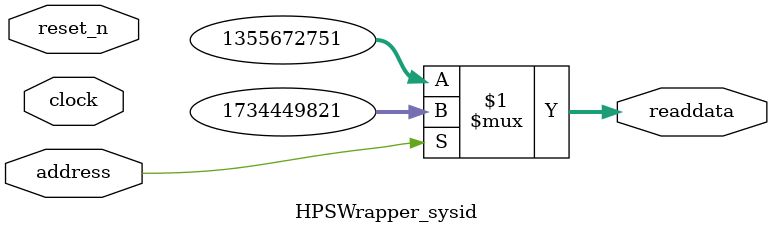
<source format=v>



// synthesis translate_off
`timescale 1ns / 1ps
// synthesis translate_on

// turn off superfluous verilog processor warnings 
// altera message_level Level1 
// altera message_off 10034 10035 10036 10037 10230 10240 10030 

module HPSWrapper_sysid (
               // inputs:
                address,
                clock,
                reset_n,

               // outputs:
                readdata
             )
;

  output  [ 31: 0] readdata;
  input            address;
  input            clock;
  input            reset_n;

  wire    [ 31: 0] readdata;
  //control_slave, which is an e_avalon_slave
  assign readdata = address ? 1734449821 : 1355672751;

endmodule



</source>
